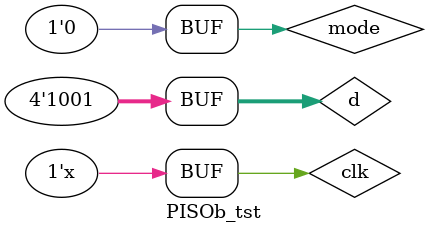
<source format=v>
`timescale 1ns / 1ps


module PISOb_tst;

	// Inputs
	reg clk;
	reg [3:0] d;
	reg mode;

	// Outputs
	wire so;

	// Instantiate the Unit Under Test (UUT)
	PISOb uut (
		.clk(clk), 
		.d(d), 
		.mode(mode), 
		.so(so)
	);

	initial begin
		// Initialize Inputs
		clk = 0;
		d = 4'b1001;
		mode = 1;

		#10;
		mode=0;
  

	end
      always #5 clk=~clk;
		
endmodule


</source>
